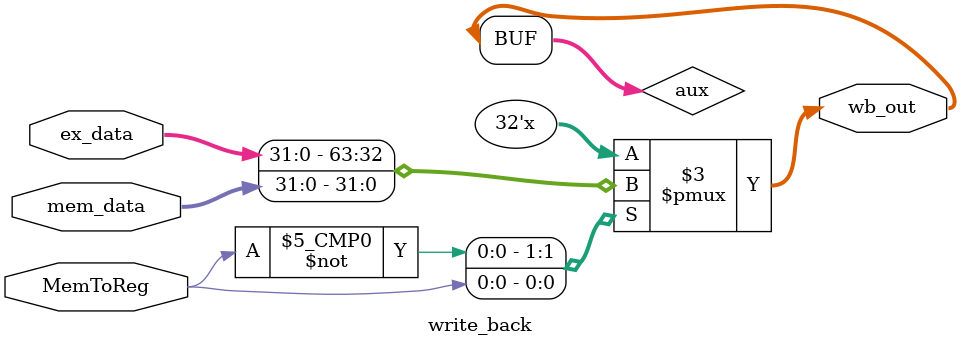
<source format=v>
`timescale 1ns / 1ps
module write_back(
    input MemToReg,
    input [31:0] mem_data,
    input [31:0] ex_data,
    output [31:0] wb_out
    );

	reg [31:0] aux = 0;
	 
	always @(*)
	begin
		case (MemToReg)
		0:
			aux = ex_data;
		1:
			aux = mem_data;		
		endcase
	end

	assign wb_out = aux;

endmodule
</source>
